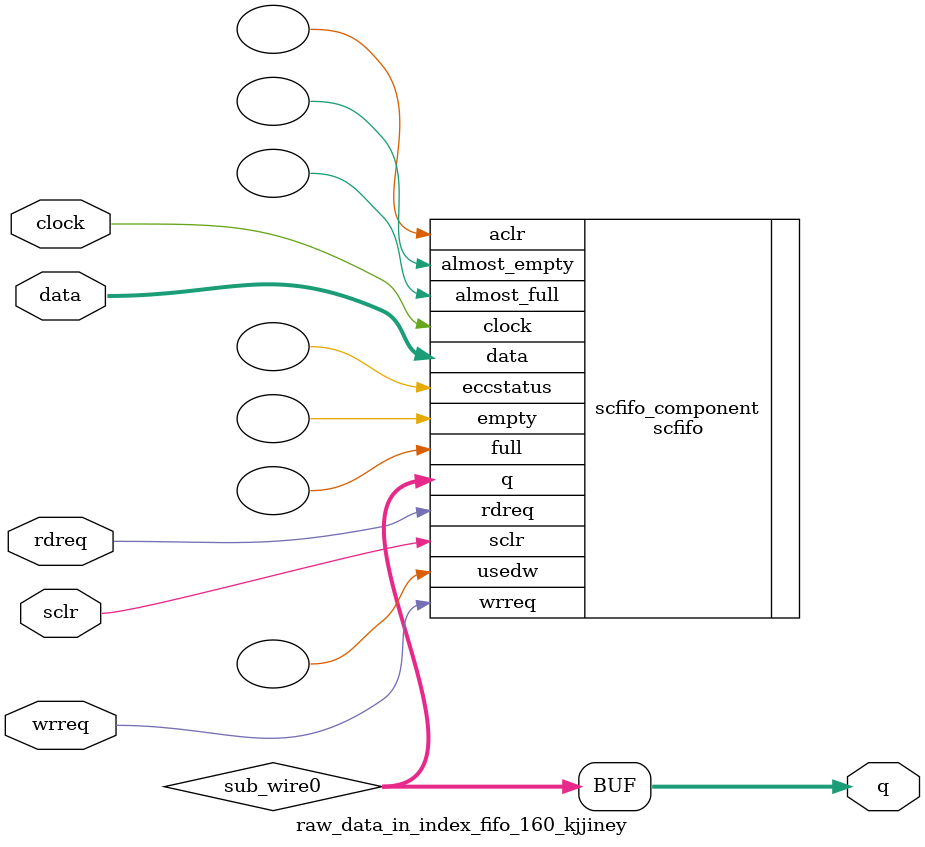
<source format=v>



`timescale 1 ps / 1 ps
// synopsys translate_on
module  raw_data_in_index_fifo_160_kjjiney  (
    clock,
    data,
    rdreq,
    sclr,
    wrreq,
    q);

    input    clock;
    input  [9:0]  data;
    input    rdreq;
    input    sclr;
    input    wrreq;
    output [9:0]  q;

    wire [9:0] sub_wire0;
    wire [9:0] q = sub_wire0[9:0];

    scfifo  scfifo_component (
                .clock (clock),
                .data (data),
                .rdreq (rdreq),
                .sclr (sclr),
                .wrreq (wrreq),
                .q (sub_wire0),
                .aclr (),
                .almost_empty (),
                .almost_full (),
                .eccstatus (),
                .empty (),
                .full (),
                .usedw ());
    defparam
        scfifo_component.add_ram_output_register  = "ON",
        scfifo_component.enable_ecc  = "FALSE",
        scfifo_component.intended_device_family  = "Arria 10",
        scfifo_component.lpm_numwords  = 1024,
        scfifo_component.lpm_showahead  = "OFF",
        scfifo_component.lpm_type  = "scfifo",
        scfifo_component.lpm_width  = 10,
        scfifo_component.lpm_widthu  = 10,
        scfifo_component.overflow_checking  = "ON",
        scfifo_component.underflow_checking  = "ON",
        scfifo_component.use_eab  = "ON";


endmodule



</source>
